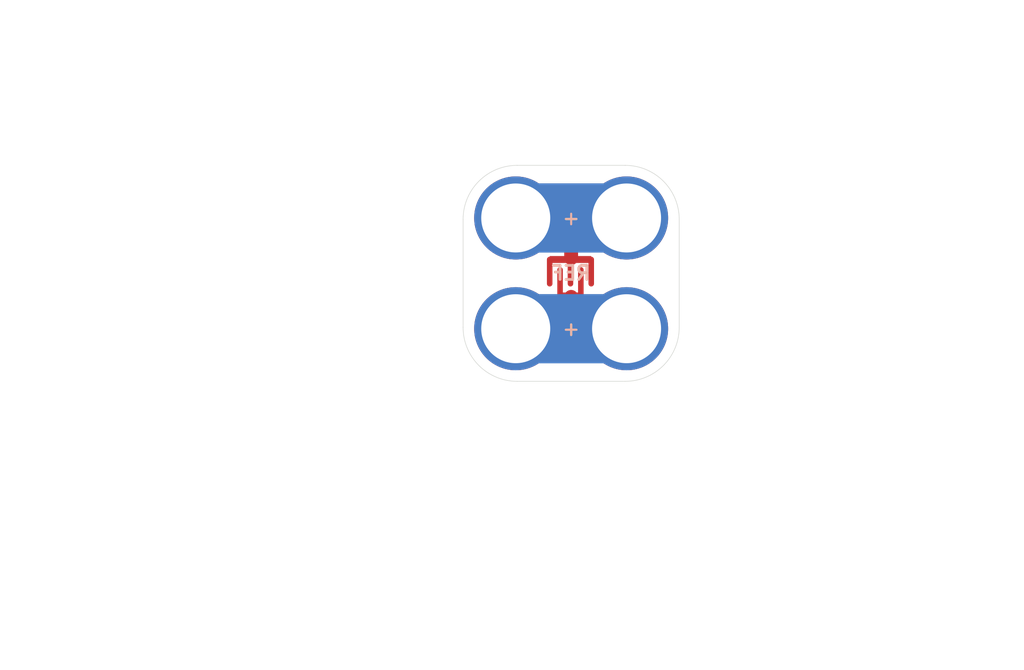
<source format=kicad_pcb>
(kicad_pcb (version 4) (host pcbnew 4.0.4+e1-6308~48~ubuntu16.04.1-stable)

  (general
    (links 0)
    (no_connects 0)
    (area 104.572999 74.854999 178.510001 123.265001)
    (thickness 1.6)
    (drawings 17)
    (tracks 0)
    (zones 0)
    (modules 1)
    (nets 1)
  )

  (page USLetter)
  (title_block
    (title "2x2 Capacitive Sense Touch Module")
    (date "December 15, 2016")
    (rev 1.0)
    (company "All rights reserved.")
    (comment 1 help@browndoggadgets.com)
    (comment 2 http://browndoggadgets.com/)
    (comment 3 "Brown Dog Gadgets")
  )

  (layers
    (0 F.Cu signal)
    (31 B.Cu signal)
    (34 B.Paste user)
    (35 F.Paste user)
    (36 B.SilkS user)
    (37 F.SilkS user)
    (38 B.Mask user)
    (39 F.Mask user)
    (44 Edge.Cuts user)
    (46 B.CrtYd user)
    (47 F.CrtYd user)
    (48 B.Fab user)
    (49 F.Fab user)
  )

  (setup
    (last_trace_width 0.254)
    (user_trace_width 0.1524)
    (user_trace_width 0.254)
    (user_trace_width 0.3302)
    (user_trace_width 0.508)
    (user_trace_width 0.762)
    (user_trace_width 1.27)
    (trace_clearance 0.254)
    (zone_clearance 0.508)
    (zone_45_only no)
    (trace_min 0.1524)
    (segment_width 0.1524)
    (edge_width 0.1524)
    (via_size 0.6858)
    (via_drill 0.3302)
    (via_min_size 0.6858)
    (via_min_drill 0.3302)
    (user_via 0.6858 0.3302)
    (user_via 0.762 0.4064)
    (user_via 0.8636 0.508)
    (uvia_size 0.6858)
    (uvia_drill 0.3302)
    (uvias_allowed no)
    (uvia_min_size 0)
    (uvia_min_drill 0)
    (pcb_text_width 0.1524)
    (pcb_text_size 1.016 1.016)
    (mod_edge_width 0.1524)
    (mod_text_size 1.016 1.016)
    (mod_text_width 0.1524)
    (pad_size 1.524 1.524)
    (pad_drill 0.762)
    (pad_to_mask_clearance 0.0762)
    (solder_mask_min_width 0.1016)
    (pad_to_paste_clearance -0.0762)
    (aux_axis_origin 0 0)
    (visible_elements FFFEDF7D)
    (pcbplotparams
      (layerselection 0x310fc_80000001)
      (usegerberextensions true)
      (excludeedgelayer true)
      (linewidth 0.100000)
      (plotframeref false)
      (viasonmask false)
      (mode 1)
      (useauxorigin false)
      (hpglpennumber 1)
      (hpglpenspeed 20)
      (hpglpendiameter 15)
      (hpglpenoverlay 2)
      (psnegative false)
      (psa4output false)
      (plotreference true)
      (plotvalue true)
      (plotinvisibletext false)
      (padsonsilk false)
      (subtractmaskfromsilk false)
      (outputformat 1)
      (mirror false)
      (drillshape 0)
      (scaleselection 1)
      (outputdirectory gerbers))
  )

  (net 0 "")

  (net_class Default "This is the default net class."
    (clearance 0.254)
    (trace_width 0.254)
    (via_dia 0.6858)
    (via_drill 0.3302)
    (uvia_dia 0.6858)
    (uvia_drill 0.3302)
  )

  (module Rewire_Circuits:TOUCH-SMT-2x2 (layer F.Cu) (tedit 582F5965) (tstamp 58532CAD)
    (at 141.8 98.6)
    (fp_text reference REF (at 3.97 -4.02) (layer B.SilkS)
      (effects (font (size 1.016 1.016) (thickness 0.2032)) (justify mirror))
    )
    (fp_text value TOUCH (at 4.03 2.81) (layer F.Fab) hide
      (effects (font (size 1.016 1.016) (thickness 0.254)))
    )
    (fp_text user %R (at 4.09 -3.98) (layer F.Fab)
      (effects (font (size 1 1) (thickness 0.15)))
    )
    (fp_line (start 0 -8) (end 8 -8) (layer B.Cu) (width 5))
    (fp_line (start 8 -8) (end -0.1 -8) (layer F.Cu) (width 1))
    (fp_text user + (at 4 0) (layer B.SilkS)
      (effects (font (size 1 1) (thickness 0.15)) (justify mirror))
    )
    (fp_text user + (at 4 0) (layer F.SilkS)
      (effects (font (size 1 1) (thickness 0.15)))
    )
    (fp_line (start 3.2 -4.25) (end 3.2 -2.5) (layer F.Cu) (width 0.4))
    (fp_line (start 5.45 -5) (end 5.45 -3.25) (layer F.Cu) (width 0.4))
    (fp_line (start 4.7 -2.5) (end 4.7 -4.25) (layer F.Cu) (width 0.4))
    (fp_line (start 3.95 -5) (end 3.95 -3.25) (layer F.Cu) (width 0.4))
    (fp_line (start 2.45 -5) (end 2.45 -3.25) (layer F.Cu) (width 0.4))
    (fp_text user + (at 4 -8) (layer B.SilkS)
      (effects (font (size 1 1) (thickness 0.15)) (justify mirror))
    )
    (fp_text user - (at 4 -8) (layer F.SilkS)
      (effects (font (size 1 1) (thickness 0.15)))
    )
    (fp_line (start 4 -8) (end 4 -5.1) (layer F.Cu) (width 1))
    (fp_line (start 4 -2.3) (end 4 0.6) (layer F.Cu) (width 1))
    (fp_line (start 8 0.6) (end -0.1 0.6) (layer F.Cu) (width 1))
    (fp_line (start 0 -8) (end 8 -8) (layer B.Mask) (width 5))
    (fp_line (start 0 0) (end 8 0) (layer B.Cu) (width 5))
    (fp_line (start 0 0) (end 8 0) (layer B.Mask) (width 5))
    (fp_line (start 7.9 -11.8) (end 0.1 -11.8) (layer F.Fab) (width 0.04064))
    (fp_line (start 7.9 3.8) (end 0.1 3.8) (layer F.Fab) (width 0.04064))
    (fp_line (start 11.8 -0.1) (end 11.8 -7.9) (layer F.Fab) (width 0.04064))
    (fp_line (start -3.8 -0.1) (end -3.8 -7.9) (layer F.Fab) (width 0.04064))
    (fp_arc (start 7.9 -7.9) (end 7.9 -11.8) (angle 90) (layer F.Fab) (width 0.04064))
    (fp_arc (start 7.9 -0.1) (end 11.8 -0.1) (angle 90) (layer F.Fab) (width 0.04064))
    (fp_arc (start 0.1 -0.1) (end 0.1 3.8) (angle 90) (layer F.Fab) (width 0.04064))
    (fp_arc (start 0.1 -7.9) (end -3.8 -7.9) (angle 90) (layer F.Fab) (width 0.04064))
    (fp_line (start 7.9 -11.8) (end 0.1 -11.8) (layer Edge.Cuts) (width 0.04064))
    (fp_line (start 7.9 3.8) (end 0.1 3.8) (layer Edge.Cuts) (width 0.04064))
    (fp_line (start 11.8 -0.1) (end 11.8 -7.9) (layer Edge.Cuts) (width 0.04064))
    (fp_line (start -3.8 -0.1) (end -3.8 -7.9) (layer Edge.Cuts) (width 0.04064))
    (fp_arc (start 7.9 -7.9) (end 7.9 -11.8) (angle 90) (layer Edge.Cuts) (width 0.04064))
    (fp_arc (start 7.9 -0.1) (end 11.8 -0.1) (angle 90) (layer Edge.Cuts) (width 0.04064))
    (fp_arc (start 0.1 -0.1) (end 0.1 3.8) (angle 90) (layer Edge.Cuts) (width 0.04064))
    (fp_arc (start 0.1 -7.9) (end -3.8 -7.9) (angle 90) (layer Edge.Cuts) (width 0.04064))
    (pad 1 smd rect (at 3.95 -5) (size 3 0.5) (layers F.Cu F.Paste F.Mask))
    (pad 2 smd rect (at 3.95 -2.365) (size 1.8 0.5) (layers F.Cu F.Paste F.Mask))
    (pad 3 smd circle (at 3.95 -4) (size 4 4) (layers F.Paste F.Mask))
    (pad 2 thru_hole circle (at 8 0) (size 6 6) (drill 4.98) (layers *.Cu *.Mask))
    (pad 1 thru_hole circle (at 8 -8) (size 6 6) (drill 4.98) (layers *.Cu *.Mask))
    (pad 1 thru_hole circle (at 0 -8) (size 6 6) (drill 4.98) (layers *.Cu *.Mask))
    (pad 2 thru_hole circle (at 0 0) (size 6 6) (drill 4.98) (layers *.Cu *.Mask))
  )

  (gr_circle (center 117.348 76.962) (end 118.618 76.962) (layer Dwgs.User) (width 0.15))
  (gr_line (start 114.427 78.994) (end 114.427 74.93) (angle 90) (layer Dwgs.User) (width 0.15))
  (gr_line (start 120.269 78.994) (end 114.427 78.994) (angle 90) (layer Dwgs.User) (width 0.15))
  (gr_line (start 120.269 74.93) (end 120.269 78.994) (angle 90) (layer Dwgs.User) (width 0.15))
  (gr_line (start 114.427 74.93) (end 120.269 74.93) (angle 90) (layer Dwgs.User) (width 0.15))
  (gr_line (start 120.523 93.98) (end 104.648 93.98) (angle 90) (layer Dwgs.User) (width 0.15))
  (gr_line (start 173.355 102.235) (end 173.355 94.615) (angle 90) (layer Dwgs.User) (width 0.15))
  (gr_line (start 178.435 102.235) (end 173.355 102.235) (angle 90) (layer Dwgs.User) (width 0.15))
  (gr_line (start 178.435 94.615) (end 178.435 102.235) (angle 90) (layer Dwgs.User) (width 0.15))
  (gr_line (start 173.355 94.615) (end 178.435 94.615) (angle 90) (layer Dwgs.User) (width 0.15))
  (gr_line (start 109.093 123.19) (end 109.093 114.3) (angle 90) (layer Dwgs.User) (width 0.15))
  (gr_line (start 122.428 123.19) (end 109.093 123.19) (angle 90) (layer Dwgs.User) (width 0.15))
  (gr_line (start 122.428 114.3) (end 122.428 123.19) (angle 90) (layer Dwgs.User) (width 0.15))
  (gr_line (start 109.093 114.3) (end 122.428 114.3) (angle 90) (layer Dwgs.User) (width 0.15))
  (gr_line (start 104.648 93.98) (end 104.648 82.55) (angle 90) (layer Dwgs.User) (width 0.15))
  (gr_line (start 120.523 82.55) (end 120.523 93.98) (angle 90) (layer Dwgs.User) (width 0.15))
  (gr_line (start 104.648 82.55) (end 120.523 82.55) (angle 90) (layer Dwgs.User) (width 0.15))

)

</source>
